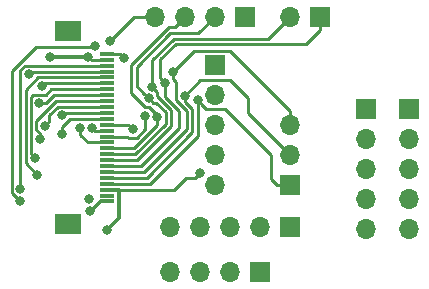
<source format=gbr>
G04 #@! TF.GenerationSoftware,KiCad,Pcbnew,5.1.5*
G04 #@! TF.CreationDate,2020-04-09T00:42:44+02:00*
G04 #@! TF.ProjectId,debug_control_board,64656275-675f-4636-9f6e-74726f6c5f62,rev?*
G04 #@! TF.SameCoordinates,Original*
G04 #@! TF.FileFunction,Copper,L2,Bot*
G04 #@! TF.FilePolarity,Positive*
%FSLAX46Y46*%
G04 Gerber Fmt 4.6, Leading zero omitted, Abs format (unit mm)*
G04 Created by KiCad (PCBNEW 5.1.5) date 2020-04-09 00:42:44*
%MOMM*%
%LPD*%
G04 APERTURE LIST*
%ADD10R,2.200000X1.800000*%
%ADD11R,1.300000X0.300000*%
%ADD12R,1.700000X1.700000*%
%ADD13O,1.700000X1.700000*%
%ADD14C,0.800000*%
%ADD15C,0.250000*%
%ADD16C,0.300000*%
G04 APERTURE END LIST*
D10*
X118930000Y-79700000D03*
X118930000Y-96000000D03*
D11*
X122180000Y-94100000D03*
X122180000Y-93600000D03*
X122180000Y-93100000D03*
X122180000Y-92600000D03*
X122180000Y-92100000D03*
X122180000Y-91600000D03*
X122180000Y-91100000D03*
X122180000Y-90600000D03*
X122180000Y-90100000D03*
X122180000Y-89600000D03*
X122180000Y-89100000D03*
X122180000Y-88600000D03*
X122180000Y-88100000D03*
X122180000Y-87600000D03*
X122180000Y-87100000D03*
X122180000Y-86600000D03*
X122180000Y-86100000D03*
X122180000Y-85600000D03*
X122180000Y-85100000D03*
X122180000Y-84600000D03*
X122180000Y-84100000D03*
X122180000Y-83600000D03*
X122180000Y-83100000D03*
X122180000Y-82600000D03*
X122180000Y-82100000D03*
X122180000Y-81600000D03*
D12*
X131318000Y-82550000D03*
D13*
X131318000Y-85090000D03*
X131318000Y-87630000D03*
X131318000Y-90170000D03*
X131318000Y-92710000D03*
X127508000Y-96266000D03*
X130048000Y-96266000D03*
X132588000Y-96266000D03*
X135128000Y-96266000D03*
D12*
X137668000Y-96266000D03*
D13*
X127508000Y-100076000D03*
X130048000Y-100076000D03*
X132588000Y-100076000D03*
D12*
X135128000Y-100076000D03*
D13*
X126238000Y-78486000D03*
X128778000Y-78486000D03*
X131318000Y-78486000D03*
D12*
X133858000Y-78486000D03*
X144093001Y-86305001D03*
D13*
X144093001Y-88845001D03*
X144093001Y-91385001D03*
X144093001Y-93925001D03*
X144093001Y-96465001D03*
X147727001Y-96465001D03*
X147727001Y-93925001D03*
X147727001Y-91385001D03*
X147727001Y-88845001D03*
D12*
X147727001Y-86305001D03*
X140208000Y-78486000D03*
D13*
X137668000Y-78486000D03*
D12*
X137668000Y-92710000D03*
D13*
X137668000Y-90170000D03*
X137668000Y-87630000D03*
D14*
X119920311Y-87865000D03*
X125433459Y-86866356D03*
X120920000Y-87840000D03*
X124362912Y-87993230D03*
X118385010Y-88365000D03*
X116070158Y-90395000D03*
X116475020Y-85785000D03*
X116485020Y-88800509D03*
X116925030Y-87680000D03*
X118356915Y-86800001D03*
X116694154Y-84325000D03*
X116304609Y-91864864D03*
X115575000Y-83325000D03*
X114850000Y-93050000D03*
X120780000Y-94880000D03*
X114840000Y-94090000D03*
X121185708Y-80958609D03*
X122428000Y-80518000D03*
X126432725Y-86904990D03*
X125730000Y-85365000D03*
X120650000Y-93870000D03*
X120620000Y-81830000D03*
X117348000Y-81875000D03*
X123620000Y-81950000D03*
X130048000Y-91694000D03*
X122180000Y-96514000D03*
X127117030Y-84074000D03*
X126038564Y-84413794D03*
X129862942Y-85519752D03*
X128780477Y-85126617D03*
X127762000Y-83159020D03*
D15*
X120589626Y-89100000D02*
X121280000Y-89100000D01*
X119920311Y-88430685D02*
X120589626Y-89100000D01*
X121280000Y-89100000D02*
X122180000Y-89100000D01*
X119920311Y-87865000D02*
X119920311Y-88430685D01*
X125433459Y-87432041D02*
X125433459Y-86866356D01*
X124014911Y-88718231D02*
X124710913Y-88718231D01*
X123896680Y-88600000D02*
X124014911Y-88718231D01*
X125433459Y-87995685D02*
X125433459Y-87432041D01*
X124710913Y-88718231D02*
X125433459Y-87995685D01*
X122180000Y-88600000D02*
X123896680Y-88600000D01*
X122180000Y-88100000D02*
X121180000Y-88100000D01*
X121180000Y-88100000D02*
X120920000Y-87840000D01*
X122180000Y-87600000D02*
X123922000Y-87600000D01*
X122180000Y-87600000D02*
X123969682Y-87600000D01*
X123969682Y-87600000D02*
X124362912Y-87993230D01*
X118385010Y-87799315D02*
X118385010Y-88365000D01*
X119084325Y-87100000D02*
X118385010Y-87799315D01*
X122180000Y-87100000D02*
X119084325Y-87100000D01*
X117492156Y-84600000D02*
X117032156Y-85060000D01*
X122180000Y-84600000D02*
X117492156Y-84600000D01*
X115930000Y-85060000D02*
X115750020Y-85239980D01*
X117032156Y-85060000D02*
X115930000Y-85060000D01*
X115750020Y-85239980D02*
X115750020Y-90074862D01*
X115750020Y-90074862D02*
X116070158Y-90395000D01*
X117040705Y-85785000D02*
X117695705Y-85130000D01*
X121280000Y-85100000D02*
X122180000Y-85100000D01*
X117725705Y-85100000D02*
X121280000Y-85100000D01*
X117040705Y-85785000D02*
X117725705Y-85100000D01*
X116475020Y-85785000D02*
X117040705Y-85785000D01*
X122180000Y-85600000D02*
X117862115Y-85600000D01*
X116200029Y-88028001D02*
X116200029Y-87262086D01*
X116200029Y-87262086D02*
X117862115Y-85600000D01*
X116485020Y-88312992D02*
X116200029Y-88028001D01*
X116485020Y-88800509D02*
X116485020Y-88312992D01*
X122095001Y-86075001D02*
X118023524Y-86075001D01*
X122180000Y-86100000D02*
X122120000Y-86100000D01*
X122120000Y-86100000D02*
X122095001Y-86075001D01*
X117325029Y-86773496D02*
X118023524Y-86075001D01*
X117325029Y-87280001D02*
X117325029Y-86773496D01*
X116925030Y-87680000D02*
X117325029Y-87280001D01*
X122180000Y-86600000D02*
X118556916Y-86600000D01*
X118556916Y-86600000D02*
X118356915Y-86800001D01*
X122180000Y-84100000D02*
X116919154Y-84100000D01*
X116919154Y-84100000D02*
X116694154Y-84325000D01*
X122180000Y-83600000D02*
X116373002Y-83600000D01*
X116373002Y-83600000D02*
X115300010Y-84672992D01*
X115300010Y-84672992D02*
X115300010Y-90860265D01*
X115300010Y-90860265D02*
X116304609Y-91864864D01*
X122460000Y-83100000D02*
X122484999Y-83124999D01*
X122180000Y-83100000D02*
X115800000Y-83100000D01*
X115800000Y-83100000D02*
X115575000Y-83325000D01*
X114850000Y-82976998D02*
X114850000Y-83480000D01*
X115226999Y-82599999D02*
X114850000Y-82976998D01*
X122180000Y-82600000D02*
X115226999Y-82599999D01*
X114850000Y-83480000D02*
X114850000Y-93050000D01*
X122180000Y-94100000D02*
X121560000Y-94100000D01*
X121560000Y-94100000D02*
X120780000Y-94880000D01*
X114124999Y-83065589D02*
X116150588Y-81040000D01*
X114840000Y-94090000D02*
X114124999Y-93374999D01*
X114124999Y-93374999D02*
X114124999Y-83065589D01*
X116150588Y-81040000D02*
X121104317Y-81040000D01*
X121104317Y-81040000D02*
X121185708Y-80958609D01*
X126238000Y-78486000D02*
X124460000Y-78486000D01*
X124460000Y-78486000D02*
X122428000Y-80518000D01*
X126432725Y-87470675D02*
X126432725Y-86904990D01*
X122180000Y-89600000D02*
X124465554Y-89600000D01*
X126432725Y-87632829D02*
X126432725Y-87470675D01*
X124465554Y-89600000D02*
X126432725Y-87632829D01*
X127417179Y-79335999D02*
X124206000Y-82547178D01*
X124206000Y-84914002D02*
X125397998Y-86106000D01*
X125397998Y-86106000D02*
X125787002Y-86106000D01*
X125787002Y-86106000D02*
X126432725Y-86751723D01*
X128778000Y-78486000D02*
X127928001Y-79335999D01*
X126432725Y-86751723D02*
X126432725Y-86904990D01*
X124206000Y-82547178D02*
X124206000Y-84914002D01*
X127928001Y-79335999D02*
X127417179Y-79335999D01*
X126365738Y-85764999D02*
X127157727Y-86556988D01*
X127157726Y-87544238D02*
X124601964Y-90100000D01*
X123080000Y-90100000D02*
X122180000Y-90100000D01*
X126129999Y-85764999D02*
X126365738Y-85764999D01*
X125730000Y-85365000D02*
X126129999Y-85764999D01*
X127157727Y-86556988D02*
X127157726Y-87544238D01*
X124601964Y-90100000D02*
X123080000Y-90100000D01*
X131318000Y-78486000D02*
X129932022Y-79871978D01*
X129932022Y-79871978D02*
X127517611Y-79871978D01*
X125330001Y-84965001D02*
X125730000Y-85365000D01*
X124714000Y-84349000D02*
X125330001Y-84965001D01*
X127517611Y-79871978D02*
X124714000Y-82675589D01*
X124714000Y-82675589D02*
X124714000Y-84349000D01*
X122180000Y-82100000D02*
X120890000Y-82100000D01*
X120890000Y-82100000D02*
X120620000Y-81830000D01*
D16*
X120620000Y-81830000D02*
X117393000Y-81830000D01*
X117393000Y-81830000D02*
X117348000Y-81875000D01*
D15*
X123080000Y-93100000D02*
X122180000Y-93100000D01*
X127863800Y-93100000D02*
X123080000Y-93100000D01*
X122180000Y-81600000D02*
X123270000Y-81600000D01*
X123270000Y-81600000D02*
X123620000Y-81950000D01*
X129648001Y-92093999D02*
X128886001Y-92093999D01*
X128886001Y-92093999D02*
X128778000Y-92202000D01*
X130048000Y-91694000D02*
X129648001Y-92093999D01*
X128728973Y-92234827D02*
X128778000Y-92202000D01*
X128778000Y-92202000D02*
X127863800Y-93100000D01*
D16*
X123130000Y-93100000D02*
X123190000Y-93160000D01*
X122180000Y-93100000D02*
X123130000Y-93100000D01*
X123190000Y-95504000D02*
X122180000Y-96514000D01*
X123190000Y-93160000D02*
X123190000Y-95504000D01*
D15*
X128016000Y-80772000D02*
X139022000Y-80772000D01*
X126717031Y-83674001D02*
X126717031Y-82070969D01*
X127117030Y-84074000D02*
X126717031Y-83674001D01*
X140208000Y-79586000D02*
X140208000Y-78486000D01*
X126717031Y-82070969D02*
X128016000Y-80772000D01*
X139022000Y-80772000D02*
X140208000Y-79586000D01*
X127117030Y-85243469D02*
X128270000Y-86396439D01*
X125054000Y-91100000D02*
X123080000Y-91100000D01*
X123080000Y-91100000D02*
X122180000Y-91100000D01*
X127117030Y-84074000D02*
X127117030Y-85243469D01*
X128270000Y-86396439D02*
X128270000Y-87884000D01*
X128270000Y-87884000D02*
X125054000Y-91100000D01*
X122180000Y-90600000D02*
X124738374Y-90600000D01*
X124738374Y-90600000D02*
X127607736Y-87730637D01*
X127607736Y-87730637D02*
X127607736Y-86370587D01*
X127607736Y-86370587D02*
X126438563Y-85201414D01*
X126438563Y-85201414D02*
X126438563Y-84813793D01*
X126438563Y-84813793D02*
X126038564Y-84413794D01*
X126038564Y-82113025D02*
X127829600Y-80321989D01*
X136818001Y-79335999D02*
X137668000Y-78486000D01*
X135832011Y-80321989D02*
X136818001Y-79335999D01*
X127829600Y-80321989D02*
X135832011Y-80321989D01*
X126038564Y-84413794D02*
X126038564Y-82113025D01*
X130608191Y-86265001D02*
X130262941Y-85919751D01*
X130262941Y-85919751D02*
X129862942Y-85519752D01*
X132155001Y-86265001D02*
X130608191Y-86265001D01*
X136060000Y-90170000D02*
X132155001Y-86265001D01*
X136060000Y-92202000D02*
X136060000Y-90170000D01*
X136568000Y-92710000D02*
X136060000Y-92202000D01*
X137668000Y-92710000D02*
X136568000Y-92710000D01*
X129874033Y-86096528D02*
X129862942Y-86085437D01*
X129862942Y-86085437D02*
X129862942Y-85519752D01*
X129874033Y-88565967D02*
X129874033Y-86096528D01*
X122180000Y-92600000D02*
X125840000Y-92600000D01*
X125840000Y-92600000D02*
X129874033Y-88565967D01*
X130087094Y-83820000D02*
X128780477Y-85126617D01*
X134112000Y-86614000D02*
X134112000Y-85344000D01*
X134112000Y-85344000D02*
X132588000Y-83820000D01*
X137668000Y-90170000D02*
X134112000Y-86614000D01*
X132588000Y-83820000D02*
X130087094Y-83820000D01*
X129424022Y-88253978D02*
X129424022Y-86277639D01*
X128780477Y-85634094D02*
X128780477Y-85126617D01*
X129424022Y-86277639D02*
X128780477Y-85634094D01*
X122180000Y-92100000D02*
X125578000Y-92100000D01*
X125578000Y-92100000D02*
X129424022Y-88253978D01*
X128161999Y-82759021D02*
X127762000Y-83159020D01*
X129546021Y-81374999D02*
X128161999Y-82759021D01*
X137668000Y-86427919D02*
X132615080Y-81374999D01*
X132615080Y-81374999D02*
X129546021Y-81374999D01*
X137668000Y-87630000D02*
X137668000Y-86427919D01*
X125316000Y-91600000D02*
X128974011Y-87941989D01*
X122180000Y-91600000D02*
X125316000Y-91600000D01*
X127762000Y-83724705D02*
X127762000Y-83159020D01*
X128055476Y-84018181D02*
X127762000Y-83724705D01*
X128055476Y-85545504D02*
X128055476Y-84018181D01*
X128974011Y-87941989D02*
X128974011Y-86464039D01*
X128974011Y-86464039D02*
X128055476Y-85545504D01*
M02*

</source>
